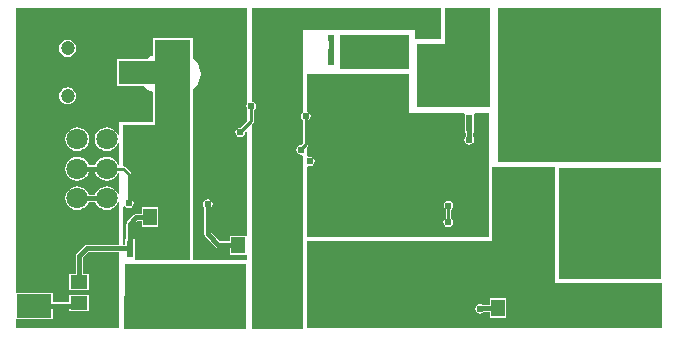
<source format=gtl>
G04*
G04 #@! TF.GenerationSoftware,Altium Limited,Altium Designer,20.0.2 (26)*
G04*
G04 Layer_Physical_Order=1*
G04 Layer_Color=255*
%FSLAX25Y25*%
%MOIN*%
G70*
G01*
G75*
%ADD12C,0.01500*%
%ADD13C,0.01000*%
%ADD14R,0.04567X0.05787*%
%ADD15R,0.07087X0.04449*%
%ADD16R,0.04449X0.07087*%
%ADD17R,0.05787X0.04567*%
%ADD18R,0.19685X0.13780*%
%ADD19R,0.11811X0.19685*%
%ADD20R,0.02402X0.05512*%
%ADD21R,0.15748X0.15000*%
%ADD22R,0.11811X0.07874*%
%ADD23R,0.04921X0.03937*%
%ADD44C,0.02000*%
%ADD45O,0.08661X0.05118*%
%ADD46C,0.04724*%
%ADD47R,0.14173X0.07874*%
%ADD48R,0.07874X0.14173*%
%ADD49R,0.06693X0.06693*%
%ADD50C,0.06693*%
%ADD51R,0.19685X0.11811*%
%ADD52R,0.07087X0.07087*%
%ADD53C,0.07087*%
%ADD54C,0.07087*%
%ADD55C,0.02400*%
G36*
X248500Y203500D02*
X240000D01*
Y206500D01*
X202500D01*
Y179056D01*
X202346Y178954D01*
X201993Y178424D01*
X201869Y177800D01*
X201993Y177176D01*
X202346Y176646D01*
X202500Y176544D01*
Y168777D01*
X201944Y168220D01*
X201376Y168107D01*
X200847Y167754D01*
X200493Y167224D01*
X200369Y166600D01*
X200493Y165976D01*
X200847Y165446D01*
X201376Y165093D01*
X202000Y164969D01*
X202114Y164991D01*
X202500Y164674D01*
Y107000D01*
X185500D01*
Y175049D01*
X185984Y175532D01*
X186182Y175830D01*
X186252Y176181D01*
Y179791D01*
X186488Y179949D01*
X186842Y180478D01*
X186966Y181102D01*
X186842Y181727D01*
X186488Y182256D01*
X185959Y182609D01*
X185500Y182701D01*
Y214000D01*
X248500D01*
Y203500D01*
D02*
G37*
G36*
X238000Y193500D02*
X215000D01*
Y205000D01*
X238000D01*
Y193500D01*
D02*
G37*
G36*
X265000Y181000D02*
X240500D01*
Y202000D01*
X250000D01*
Y214000D01*
X265000D01*
Y181000D01*
D02*
G37*
G36*
X184000Y181985D02*
X183827Y181727D01*
X183703Y181102D01*
X183827Y180478D01*
X184000Y180220D01*
Y176144D01*
X181889Y174033D01*
X181693Y174072D01*
X181069Y173948D01*
X180539Y173594D01*
X180186Y173065D01*
X180062Y172441D01*
X180186Y171817D01*
X180539Y171287D01*
X181069Y170934D01*
X181693Y170810D01*
X182317Y170934D01*
X182846Y171287D01*
X183200Y171817D01*
X183324Y172441D01*
X183273Y172698D01*
X183507Y172913D01*
X184000Y172704D01*
Y138110D01*
X183530Y138038D01*
X183500Y138038D01*
X178163D01*
Y136212D01*
X174799D01*
X172039Y138972D01*
Y147398D01*
X172373Y147899D01*
X172497Y148524D01*
X172373Y149148D01*
X172020Y149677D01*
X171490Y150031D01*
X170866Y150155D01*
X170242Y150031D01*
X169713Y149677D01*
X169359Y149148D01*
X169235Y148524D01*
X169359Y147899D01*
X169694Y147398D01*
Y138487D01*
X169783Y138038D01*
X170037Y137657D01*
X173484Y134210D01*
X173865Y133956D01*
X174313Y133867D01*
X178163D01*
Y131450D01*
X183500D01*
X183530Y131450D01*
X184000Y131378D01*
Y130000D01*
X166000D01*
Y186887D01*
X166685Y187449D01*
X167473Y188409D01*
X168058Y189504D01*
X168419Y190693D01*
X168541Y191929D01*
X168419Y193165D01*
X168058Y194354D01*
X167473Y195449D01*
X166685Y196409D01*
X166000Y196971D01*
Y204000D01*
X152500D01*
Y197963D01*
X151906Y197783D01*
X150811Y197197D01*
X150570Y197000D01*
X140500D01*
Y188000D01*
X149398D01*
X149850Y187449D01*
X150811Y186661D01*
X151906Y186075D01*
X152500Y185895D01*
Y176000D01*
X141437D01*
Y171570D01*
X140937Y171471D01*
X140649Y172166D01*
X140017Y172990D01*
X139193Y173622D01*
X138234Y174019D01*
X137205Y174154D01*
X136175Y174019D01*
X135216Y173622D01*
X134392Y172990D01*
X133760Y172166D01*
X133363Y171207D01*
X133227Y170177D01*
X133363Y169148D01*
X133760Y168189D01*
X134392Y167365D01*
X135216Y166733D01*
X136175Y166335D01*
X137205Y166200D01*
X138234Y166335D01*
X139193Y166733D01*
X140017Y167365D01*
X140649Y168189D01*
X140937Y168883D01*
X141437Y168784D01*
Y161728D01*
X140937Y161628D01*
X140649Y162323D01*
X140017Y163147D01*
X139193Y163779D01*
X138234Y164176D01*
X137205Y164312D01*
X136175Y164176D01*
X135216Y163779D01*
X134392Y163147D01*
X133760Y162323D01*
X133422Y161507D01*
X131145D01*
X130807Y162323D01*
X130175Y163147D01*
X129351Y163779D01*
X128392Y164176D01*
X127362Y164312D01*
X126333Y164176D01*
X125373Y163779D01*
X124550Y163147D01*
X123918Y162323D01*
X123520Y161364D01*
X123385Y160335D01*
X123520Y159305D01*
X123918Y158346D01*
X124550Y157522D01*
X125373Y156890D01*
X126333Y156493D01*
X127362Y156357D01*
X128392Y156493D01*
X129351Y156890D01*
X130175Y157522D01*
X130807Y158346D01*
X131145Y159162D01*
X133422D01*
X133760Y158346D01*
X134392Y157522D01*
X135216Y156890D01*
X136175Y156493D01*
X137205Y156357D01*
X138234Y156493D01*
X139193Y156890D01*
X140017Y157522D01*
X140649Y158346D01*
X140937Y159041D01*
X141437Y158941D01*
Y151885D01*
X140937Y151786D01*
X140649Y152481D01*
X140017Y153305D01*
X139193Y153937D01*
X138234Y154334D01*
X137205Y154470D01*
X136175Y154334D01*
X135216Y153937D01*
X134392Y153305D01*
X133760Y152481D01*
X133422Y151665D01*
X131145D01*
X130807Y152481D01*
X130175Y153305D01*
X129351Y153937D01*
X128392Y154334D01*
X127362Y154470D01*
X126333Y154334D01*
X125373Y153937D01*
X124550Y153305D01*
X123918Y152481D01*
X123520Y151522D01*
X123385Y150492D01*
X123520Y149463D01*
X123918Y148503D01*
X124550Y147680D01*
X125373Y147048D01*
X126333Y146650D01*
X127362Y146515D01*
X128392Y146650D01*
X129351Y147048D01*
X130175Y147680D01*
X130807Y148503D01*
X131145Y149320D01*
X133422D01*
X133760Y148503D01*
X134392Y147680D01*
X135216Y147048D01*
X136175Y146650D01*
X137205Y146515D01*
X138234Y146650D01*
X139193Y147048D01*
X140017Y147680D01*
X140649Y148503D01*
X140937Y149198D01*
X141437Y149099D01*
Y134932D01*
X130512D01*
X130063Y134843D01*
X129683Y134589D01*
X127171Y132077D01*
X126917Y131697D01*
X126828Y131248D01*
Y125187D01*
X124706D01*
Y119820D01*
X131294D01*
Y125187D01*
X129173D01*
Y130762D01*
X130998Y132587D01*
X141437D01*
Y107087D01*
X107000D01*
Y110230D01*
X119396D01*
Y113394D01*
X124706D01*
Y112813D01*
X131294D01*
Y118180D01*
X124706D01*
Y115740D01*
X119396D01*
Y118904D01*
X107000D01*
Y214000D01*
X184000D01*
Y181985D01*
D02*
G37*
G36*
X322000Y162500D02*
X267500D01*
Y214000D01*
X322000D01*
Y162500D01*
D02*
G37*
G36*
X238000Y179000D02*
X256141D01*
X256509Y178683D01*
X256509Y178500D01*
Y172372D01*
X256827D01*
Y171125D01*
X256493Y170624D01*
X256369Y170000D01*
X256493Y169376D01*
X256846Y168846D01*
X257376Y168493D01*
X258000Y168369D01*
X258624Y168493D01*
X259154Y168846D01*
X259507Y169376D01*
X259631Y170000D01*
X259507Y170624D01*
X259173Y171125D01*
Y172372D01*
X259711D01*
Y178500D01*
X259711Y178683D01*
X260080Y179000D01*
X264500D01*
Y137500D01*
X204000D01*
Y160865D01*
X204500Y161228D01*
X204823Y161164D01*
X205447Y161288D01*
X205976Y161642D01*
X206330Y162171D01*
X206454Y162795D01*
X206330Y163420D01*
X205976Y163949D01*
X205447Y164302D01*
X204823Y164427D01*
X204500Y164362D01*
X204000Y164725D01*
Y167681D01*
X204149Y167830D01*
X204348Y168128D01*
X204418Y168479D01*
Y176489D01*
X204654Y176646D01*
X205007Y177176D01*
X205131Y177800D01*
X205007Y178424D01*
X204654Y178954D01*
X204124Y179307D01*
X204000Y179332D01*
Y192000D01*
X238000D01*
Y179000D01*
D02*
G37*
G36*
X164862Y130020D02*
X146668D01*
X146463Y130435D01*
Y136747D01*
X146035D01*
Y141424D01*
X147533Y142922D01*
X148931D01*
Y140801D01*
X154298D01*
Y147388D01*
X148931D01*
Y145267D01*
X147047D01*
X146598Y145178D01*
X146218Y144924D01*
X144033Y142738D01*
X143779Y142358D01*
X143690Y141909D01*
Y136747D01*
X143261D01*
Y134932D01*
X142717D01*
Y147690D01*
X143217Y147842D01*
X143335Y147665D01*
X143864Y147312D01*
X144488Y147188D01*
X145113Y147312D01*
X145642Y147665D01*
X145995Y148195D01*
X146119Y148819D01*
X145995Y149443D01*
X145642Y149972D01*
X145406Y150130D01*
Y158563D01*
X145336Y158914D01*
X145137Y159212D01*
X143365Y160984D01*
X143068Y161182D01*
X142717Y161252D01*
Y174902D01*
X153347D01*
Y188484D01*
X141339D01*
Y196161D01*
X153347D01*
Y203051D01*
X164862D01*
Y130020D01*
D02*
G37*
G36*
X322000Y123500D02*
X288000D01*
Y139000D01*
Y160500D01*
X322000D01*
Y123500D01*
D02*
G37*
G36*
X286614Y122047D02*
X322441D01*
Y107087D01*
X203937D01*
Y136221D01*
X265748D01*
Y161024D01*
X286614D01*
Y122047D01*
D02*
G37*
G36*
X183760Y106890D02*
X143368D01*
X143017Y107246D01*
X143307Y128445D01*
X183760D01*
Y106890D01*
D02*
G37*
%LPC*%
G36*
X124114Y203168D02*
X123393Y203073D01*
X122721Y202795D01*
X122144Y202352D01*
X121701Y201775D01*
X121423Y201103D01*
X121328Y200382D01*
X121423Y199661D01*
X121701Y198989D01*
X122144Y198412D01*
X122721Y197969D01*
X123393Y197691D01*
X124114Y197596D01*
X124835Y197691D01*
X125507Y197969D01*
X126084Y198412D01*
X126527Y198989D01*
X126805Y199661D01*
X126900Y200382D01*
X126805Y201103D01*
X126527Y201775D01*
X126084Y202352D01*
X125507Y202795D01*
X124835Y203073D01*
X124114Y203168D01*
D02*
G37*
G36*
Y187420D02*
X123393Y187325D01*
X122721Y187047D01*
X122144Y186604D01*
X121701Y186027D01*
X121423Y185355D01*
X121328Y184634D01*
X121423Y183913D01*
X121701Y183241D01*
X122144Y182664D01*
X122721Y182221D01*
X123393Y181943D01*
X124114Y181848D01*
X124835Y181943D01*
X125507Y182221D01*
X126084Y182664D01*
X126527Y183241D01*
X126805Y183913D01*
X126900Y184634D01*
X126805Y185355D01*
X126527Y186027D01*
X126084Y186604D01*
X125507Y187047D01*
X124835Y187325D01*
X124114Y187420D01*
D02*
G37*
G36*
X127362Y174154D02*
X126333Y174019D01*
X125373Y173622D01*
X124550Y172990D01*
X123918Y172166D01*
X123520Y171207D01*
X123385Y170177D01*
X123520Y169148D01*
X123918Y168189D01*
X124550Y167365D01*
X125373Y166733D01*
X126333Y166335D01*
X127362Y166200D01*
X128392Y166335D01*
X129351Y166733D01*
X130175Y167365D01*
X130807Y168189D01*
X131204Y169148D01*
X131340Y170177D01*
X131204Y171207D01*
X130807Y172166D01*
X130175Y172990D01*
X129351Y173622D01*
X128392Y174019D01*
X127362Y174154D01*
D02*
G37*
G36*
X251083Y149663D02*
X250458Y149539D01*
X249929Y149185D01*
X249575Y148656D01*
X249451Y148031D01*
X249575Y147407D01*
X249929Y146878D01*
X250116Y146753D01*
Y143765D01*
X249831Y143575D01*
X249477Y143046D01*
X249353Y142421D01*
X249477Y141797D01*
X249831Y141268D01*
X250360Y140914D01*
X250984Y140790D01*
X251608Y140914D01*
X252138Y141268D01*
X252491Y141797D01*
X252616Y142421D01*
X252491Y143046D01*
X252138Y143575D01*
X251951Y143700D01*
Y146687D01*
X252236Y146878D01*
X252590Y147407D01*
X252714Y148031D01*
X252590Y148656D01*
X252236Y149185D01*
X251707Y149539D01*
X251083Y149663D01*
D02*
G37*
G36*
X270439Y117073D02*
X265072D01*
Y114952D01*
X262586D01*
X262321Y115129D01*
X261697Y115253D01*
X261073Y115129D01*
X260543Y114776D01*
X260190Y114246D01*
X260066Y113622D01*
X260190Y112998D01*
X260543Y112469D01*
X261073Y112115D01*
X261697Y111991D01*
X262321Y112115D01*
X262850Y112469D01*
X262943Y112607D01*
X265072D01*
Y110486D01*
X270439D01*
Y117073D01*
D02*
G37*
%LPD*%
D12*
X261697Y113779D02*
X267756D01*
X227000Y197701D02*
Y204000D01*
X221969Y197701D02*
Y204000D01*
X258000Y170000D02*
Y175528D01*
X211968Y197701D02*
Y204000D01*
X170866Y138487D02*
Y148524D01*
Y138487D02*
X174313Y135039D01*
X180551D01*
X180847Y134744D01*
X147047Y144095D02*
X151614D01*
X144862Y141909D02*
X147047Y144095D01*
X144862Y133591D02*
Y141909D01*
X144693Y133760D02*
X144862Y133591D01*
X130512Y133760D02*
X144693D01*
X128000Y122504D02*
Y131248D01*
X130512Y133760D01*
X113091Y114567D02*
X127071D01*
X128000Y115496D01*
X127362Y160335D02*
X137205D01*
X127362Y150492D02*
X137205D01*
X261697Y113622D02*
Y113779D01*
X258000Y175528D02*
X258110D01*
X211968Y204000D02*
X212000D01*
X226969Y197701D02*
X227000D01*
X221969Y204000D02*
X222000D01*
X216968D02*
X217000D01*
D13*
X144488Y148819D02*
Y158563D01*
X142717Y160335D02*
X144488Y158563D01*
X137205Y160335D02*
X142717D01*
X185335Y176181D02*
Y181102D01*
X181693Y172539D02*
X185335Y176181D01*
X181693Y172441D02*
Y172539D01*
X250984Y142421D02*
X251033Y142471D01*
Y147982D01*
X251083Y148031D01*
X203500Y168479D02*
Y177800D01*
X202000Y166600D02*
Y166979D01*
X203500Y168479D01*
D14*
X158622Y144095D02*
D03*
X151614D02*
D03*
X187854Y134744D02*
D03*
X180847D02*
D03*
X267756Y113779D02*
D03*
X274764D02*
D03*
D15*
X314665Y167283D02*
D03*
Y155551D02*
D03*
D16*
X244528Y208169D02*
D03*
X256260D02*
D03*
D17*
X128000Y122504D02*
D03*
Y115496D02*
D03*
D18*
X234252Y160366D02*
D03*
X234253Y115090D02*
D03*
D19*
X195177Y117323D02*
D03*
X174606Y117421D02*
D03*
D20*
X243110Y175528D02*
D03*
X248110D02*
D03*
X253110D02*
D03*
X258110D02*
D03*
X258110Y197701D02*
D03*
X253110D02*
D03*
X248110D02*
D03*
X243110D02*
D03*
X226969Y197701D02*
D03*
X221969D02*
D03*
X216968D02*
D03*
X211968D02*
D03*
X211968Y175528D02*
D03*
X216968D02*
D03*
X221969D02*
D03*
X226969D02*
D03*
X159862Y133591D02*
D03*
X154862D02*
D03*
X149862D02*
D03*
X144862D02*
D03*
X144862Y111417D02*
D03*
X149862D02*
D03*
X154862D02*
D03*
X159862D02*
D03*
D21*
X250610Y189433D02*
D03*
X219468Y183795D02*
D03*
X152362Y119685D02*
D03*
D22*
X113091Y114567D02*
D03*
Y132087D02*
D03*
D23*
X179823Y208661D02*
D03*
X191437D02*
D03*
D44*
X216968Y197701D02*
Y204000D01*
D45*
X147736Y200776D02*
D03*
Y192508D02*
D03*
Y184240D02*
D03*
D46*
X124114Y200382D02*
D03*
Y184634D02*
D03*
D47*
X145669Y210039D02*
D03*
D48*
X158268Y191929D02*
D03*
X133858D02*
D03*
D49*
X275571Y127756D02*
D03*
D50*
X295571D02*
D03*
D51*
X312008Y207677D02*
D03*
Y113287D02*
D03*
D52*
X191535Y198721D02*
D03*
D53*
X177756D02*
D03*
D54*
X137205Y170177D02*
D03*
Y150492D02*
D03*
Y160335D02*
D03*
X127362Y170177D02*
D03*
Y160335D02*
D03*
Y150492D02*
D03*
D55*
X144488Y148819D02*
D03*
X279528Y200787D02*
D03*
Y204724D02*
D03*
Y208661D02*
D03*
X275590D02*
D03*
Y204724D02*
D03*
Y200787D02*
D03*
X271654D02*
D03*
Y204724D02*
D03*
Y208661D02*
D03*
X169291Y200787D02*
D03*
Y204724D02*
D03*
Y133858D02*
D03*
X129921Y137795D02*
D03*
X125984Y133858D02*
D03*
X122047D02*
D03*
X125984Y137795D02*
D03*
X122047D02*
D03*
X114173Y204724D02*
D03*
X110236D02*
D03*
Y200787D02*
D03*
X114173D02*
D03*
X118110D02*
D03*
Y204724D02*
D03*
Y208661D02*
D03*
X114173D02*
D03*
X110236D02*
D03*
X318898Y181102D02*
D03*
Y185039D02*
D03*
Y188976D02*
D03*
X314961D02*
D03*
Y185039D02*
D03*
Y181102D02*
D03*
X311024D02*
D03*
Y185039D02*
D03*
Y188976D02*
D03*
X318898Y133858D02*
D03*
Y137795D02*
D03*
Y141732D02*
D03*
X311024Y133858D02*
D03*
Y137795D02*
D03*
Y141732D02*
D03*
X314961Y133858D02*
D03*
Y141732D02*
D03*
Y137795D02*
D03*
X168209Y179528D02*
D03*
X185335Y181102D02*
D03*
X181693Y172441D02*
D03*
X114370Y146653D02*
D03*
X197736Y134547D02*
D03*
X250984Y142421D02*
D03*
X251083Y148031D02*
D03*
X263484Y184055D02*
D03*
X298031Y149056D02*
D03*
X277165Y148819D02*
D03*
X216535Y154235D02*
D03*
X203500Y177800D02*
D03*
X202000Y166600D02*
D03*
X204823Y162795D02*
D03*
X168996Y162992D02*
D03*
X170866Y148524D02*
D03*
X282827Y165748D02*
D03*
X261697Y113622D02*
D03*
X258000Y170000D02*
D03*
X212000Y204000D02*
D03*
X227000D02*
D03*
X222000D02*
D03*
X217000D02*
D03*
M02*

</source>
